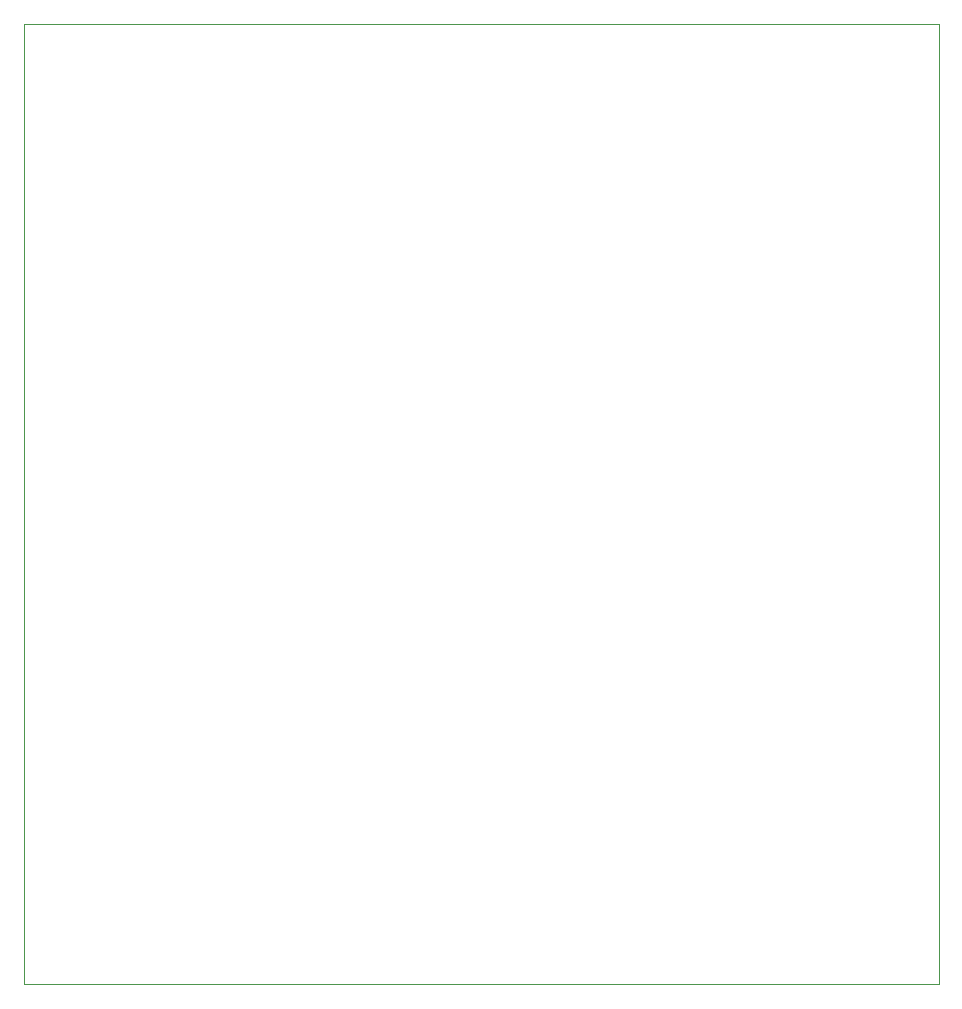
<source format=gbr>
%TF.GenerationSoftware,KiCad,Pcbnew,(5.1.6)-1*%
%TF.CreationDate,2020-06-19T21:21:41-04:00*%
%TF.ProjectId,TrialBBConversion,54726961-6c42-4424-936f-6e7665727369,rev?*%
%TF.SameCoordinates,Original*%
%TF.FileFunction,Profile,NP*%
%FSLAX46Y46*%
G04 Gerber Fmt 4.6, Leading zero omitted, Abs format (unit mm)*
G04 Created by KiCad (PCBNEW (5.1.6)-1) date 2020-06-19 21:21:41*
%MOMM*%
%LPD*%
G01*
G04 APERTURE LIST*
%TA.AperFunction,Profile*%
%ADD10C,0.100000*%
%TD*%
G04 APERTURE END LIST*
D10*
X119380000Y-151130000D02*
X119380000Y-69850000D01*
X196850000Y-151130000D02*
X119380000Y-151130000D01*
X196850000Y-69850000D02*
X196850000Y-151130000D01*
X119380000Y-69850000D02*
X196850000Y-69850000D01*
M02*

</source>
